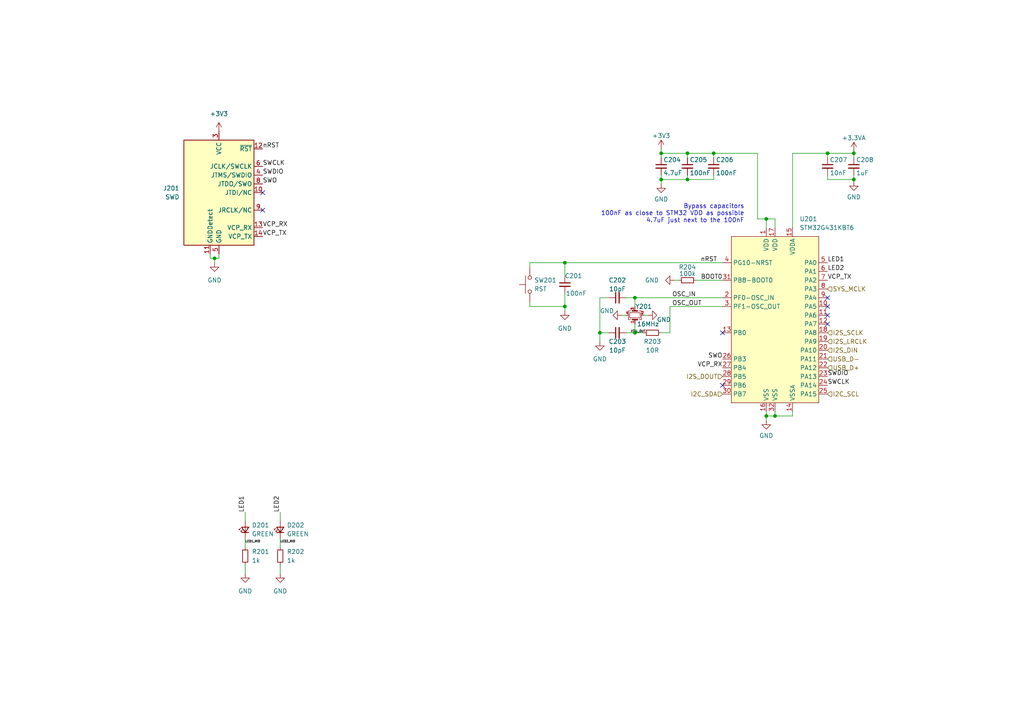
<source format=kicad_sch>
(kicad_sch (version 20230121) (generator eeschema)
  (paper "A4")
  (lib_symbols
    (symbol "Connector:Conn_ST_STDC14"
      (property "Reference" "J" (at -8.89 16.51 0))
      (property "Value" "Conn_ST_STDC14" (at 17.78 16.51 0))
      (symbol "Conn_ST_STDC14_0_1"
        (rectangle (start -10.16 15.24) (end 10.16 -15.24) (stroke (width 0.254)) (fill (type background)))
      )
      (symbol "Conn_ST_STDC14_1_1"
        (pin no_connect line (at -10.16 5.08 0) (length 2.54) hide (name "NC") (number "1"))
        (pin output line (at 12.7 0 180) (length 2.54) (name "JTDI/NC") (number "10"))
        (pin passive line (at -2.54 -17.78 90) (length 2.54) (name "GNDDetect") (number "11"))
        (pin open_collector line (at 12.7 12.7 180) (length 2.54) (name "~{RST}") (number "12"))
        (pin output line (at 12.7 -10.16 180) (length 2.54) (name "VCP_RX") (number "13"))
        (pin input line (at 12.7 -12.7 180) (length 2.54) (name "VCP_TX") (number "14"))
        (pin no_connect line (at -10.16 2.54 0) (length 2.54) hide (name "NC") (number "2"))
        (pin power_in line (at 0 17.78 270) (length 2.54) (name "VCC") (number "3"))
        (pin bidirectional line (at 12.7 5.08 180) (length 2.54) (name "JTMS/SWDIO") (number "4"))
        (pin power_in line (at 0 -17.78 90) (length 2.54) (name "GND") (number "5"))
        (pin output line (at 12.7 7.62 180) (length 2.54) (name "JCLK/SWCLK") (number "6"))
        (pin passive line (at 0 -17.78 90) (length 2.54) hide (name "GND") (number "7"))
        (pin input line (at 12.7 2.54 180) (length 2.54) (name "JTDO/SWO") (number "8"))
        (pin input line (at 12.7 -5.08 180) (length 2.54) (name "JRCLK/NC") (number "9"))
      )
    )
    (symbol "Device:C_Small" (pin_numbers hide) (pin_names (offset 0.254) hide)
      (property "Reference" "C" (at 0.254 1.778 0))
      (property "Value" "C_Small" (at 0.254 -2.032 0))
      (symbol "C_Small_0_1"
        (polyline (pts (xy -1.524 -0.508) (xy 1.524 -0.508)) (stroke (width 0.3302)))
        (polyline (pts (xy -1.524 0.508) (xy 1.524 0.508)) (stroke (width 0.3048)))
      )
      (symbol "C_Small_1_1"
        (pin passive line (at 0 2.54 270) (length 2.032) (name "~") (number "1"))
        (pin passive line (at 0 -2.54 90) (length 2.032) (name "~") (number "2"))
      )
    )
    (symbol "Device:Crystal_GND24_Small" (pin_names (offset 1.016) hide)
      (property "Reference" "Y" (at 1.27 4.445 0))
      (property "Value" "Crystal_GND24_Small" (at 1.27 2.54 0))
      (symbol "Crystal_GND24_Small_0_1"
        (rectangle (start -0.762 -1.524) (end 0.762 1.524))
        (polyline (pts (xy -1.27 -0.762) (xy -1.27 0.762)) (stroke (width 0.381)))
        (polyline (pts (xy 1.27 -0.762) (xy 1.27 0.762)) (stroke (width 0.381)))
        (polyline (pts (xy -1.27 -1.27) (xy -1.27 -1.905) (xy 1.27 -1.905) (xy 1.27 -1.27)))
        (polyline (pts (xy -1.27 1.27) (xy -1.27 1.905) (xy 1.27 1.905) (xy 1.27 1.27)))
      )
      (symbol "Crystal_GND24_Small_1_1"
        (pin passive line (at -2.54 0 0) (length 1.27) (name "1") (number "1"))
        (pin passive line (at 0 -2.54 90) (length 0.635) (name "2") (number "2"))
        (pin passive line (at 2.54 0 180) (length 1.27) (name "3") (number "3"))
        (pin passive line (at 0 2.54 270) (length 0.635) (name "4") (number "4"))
      )
    )
    (symbol "Device:LED_Small" (pin_numbers hide) (pin_names (offset 0.254) hide)
      (property "Reference" "D" (at -1.27 3.175 0))
      (property "Value" "LED_Small" (at -4.445 -2.54 0))
      (symbol "LED_Small_0_1"
        (polyline (pts (xy -0.762 -1.016) (xy -0.762 1.016)) (stroke (width 0.254)))
        (polyline (pts (xy 1.016 0) (xy -0.762 0)))
        (polyline (pts (xy 0.762 -1.016) (xy -0.762 0) (xy 0.762 1.016) (xy 0.762 -1.016)) (stroke (width 0.254)))
        (polyline (pts (xy 0 0.762) (xy -0.508 1.27) (xy -0.254 1.27) (xy -0.508 1.27) (xy -0.508 1.016)))
        (polyline (pts (xy 0.508 1.27) (xy 0 1.778) (xy 0.254 1.778) (xy 0 1.778) (xy 0 1.524)))
      )
      (symbol "LED_Small_1_1"
        (pin passive line (at -2.54 0 0) (length 1.778) (name "K") (number "1"))
        (pin passive line (at 2.54 0 180) (length 1.778) (name "A") (number "2"))
      )
    )
    (symbol "Device:R_Small" (pin_numbers hide) (pin_names (offset 0.254) hide)
      (property "Reference" "R" (at 0.762 0.508 0))
      (property "Value" "R_Small" (at 0.762 -1.016 0))
      (symbol "R_Small_0_1"
        (rectangle (start -0.762 1.778) (end 0.762 -1.778) (stroke (width 0.2032)))
      )
      (symbol "R_Small_1_1"
        (pin passive line (at 0 2.54 270) (length 0.762) (name "~") (number "1"))
        (pin passive line (at 0 -2.54 90) (length 0.762) (name "~") (number "2"))
      )
    )
    (symbol "Switch:SW_Push" (pin_numbers hide) (pin_names (offset 1.016) hide)
      (property "Reference" "SW" (at 1.27 2.54 0))
      (property "Value" "SW_Push" (at 0 -1.524 0))
      (symbol "SW_Push_0_1"
        (circle (center -2.032 0) (radius 0.508))
        (polyline (pts (xy 0 1.27) (xy 0 3.048)))
        (polyline (pts (xy 2.54 1.27) (xy -2.54 1.27)))
        (circle (center 2.032 0) (radius 0.508))
        (pin passive line (at -5.08 0 0) (length 2.54) (name "1") (number "1"))
        (pin passive line (at 5.08 0 180) (length 2.54) (name "2") (number "2"))
      )
    )
    (symbol "WITNS_ST:STM32G431KBT6"
      (property "Reference" "U" (at 7.62 29.21 0))
      (property "Value" "STM32G431KBT6" (at 7.62 26.67 0))
      (symbol "STM32G431KBT6_0_1"
        (rectangle (start -12.7 24.13) (end 12.7 -24.13) (fill (type background)))
      )
      (symbol "STM32G431KBT6_1_1"
        (pin power_in line (at -2.54 26.67 270) (length 2.54) (name "VDD") (number "1"))
        (pin bidirectional line (at 15.24 3.81 180) (length 2.54) (name "PA5") (number "10"))
        (pin bidirectional line (at 15.24 1.27 180) (length 2.54) (name "PA6") (number "11"))
        (pin bidirectional line (at 15.24 -1.27 180) (length 2.54) (name "PA7") (number "12"))
        (pin bidirectional line (at -15.24 -3.81 0) (length 2.54) (name "PB0") (number "13"))
        (pin power_in line (at 5.08 -26.67 90) (length 2.54) (name "VSSA") (number "14"))
        (pin power_in line (at 5.08 26.67 270) (length 2.54) (name "VDDA") (number "15"))
        (pin power_in line (at -2.54 -26.67 90) (length 2.54) (name "VSS") (number "16"))
        (pin power_in line (at 0 26.67 270) (length 2.54) (name "VDD") (number "17"))
        (pin bidirectional line (at 15.24 -3.81 180) (length 2.54) (name "PA8") (number "18"))
        (pin bidirectional line (at 15.24 -6.35 180) (length 2.54) (name "PA9") (number "19"))
        (pin bidirectional line (at -15.24 6.35 0) (length 2.54) (name "PF0-OSC_IN") (number "2"))
        (pin bidirectional line (at 15.24 -8.89 180) (length 2.54) (name "PA10") (number "20"))
        (pin bidirectional line (at 15.24 -11.43 180) (length 2.54) (name "PA11") (number "21"))
        (pin bidirectional line (at 15.24 -13.97 180) (length 2.54) (name "PA12") (number "22"))
        (pin bidirectional line (at 15.24 -16.51 180) (length 2.54) (name "PA13") (number "23"))
        (pin bidirectional line (at 15.24 -19.05 180) (length 2.54) (name "PA14") (number "24"))
        (pin bidirectional line (at 15.24 -21.59 180) (length 2.54) (name "PA15") (number "25"))
        (pin bidirectional line (at -15.24 -11.43 0) (length 2.54) (name "PB3") (number "26"))
        (pin bidirectional line (at -15.24 -13.97 0) (length 2.54) (name "PB4") (number "27"))
        (pin bidirectional line (at -15.24 -16.51 0) (length 2.54) (name "PB5") (number "28"))
        (pin bidirectional line (at -15.24 -19.05 0) (length 2.54) (name "PB6") (number "29"))
        (pin bidirectional line (at -15.24 3.81 0) (length 2.54) (name "PF1-OSC_OUT") (number "3"))
        (pin bidirectional line (at -15.24 -21.59 0) (length 2.54) (name "PB7") (number "30"))
        (pin bidirectional line (at -15.24 11.43 0) (length 2.54) (name "PB8-BOOT0") (number "31"))
        (pin power_in line (at 0 -26.67 90) (length 2.54) (name "VSS") (number "32"))
        (pin bidirectional line (at -15.24 16.51 0) (length 2.54) (name "PG10-NRST") (number "4"))
        (pin bidirectional line (at 15.24 16.51 180) (length 2.54) (name "PA0") (number "5"))
        (pin bidirectional line (at 15.24 13.97 180) (length 2.54) (name "PA1") (number "6"))
        (pin bidirectional line (at 15.24 11.43 180) (length 2.54) (name "PA2") (number "7"))
        (pin bidirectional line (at 15.24 8.89 180) (length 2.54) (name "PA3") (number "8"))
        (pin bidirectional line (at 15.24 6.35 180) (length 2.54) (name "PA4") (number "9"))
      )
    )
    (symbol "power:+3.3V" (power) (pin_names (offset 0))
      (property "Value" "+3.3V" (at 0 3.556 0))
      (symbol "+3.3V_0_1"
        (polyline (pts (xy -0.762 1.27) (xy 0 2.54)))
        (polyline (pts (xy 0 0) (xy 0 2.54)))
        (polyline (pts (xy 0 2.54) (xy 0.762 1.27)))
      )
      (symbol "+3.3V_1_1"
        (pin power_in line (at 0 0 90) (length 0) hide (name "+3V3") (number "1"))
      )
    )
    (symbol "power:+3.3VA" (power) (pin_names (offset 0))
      (property "Value" "+3.3VA" (at 0 3.556 0))
      (symbol "+3.3VA_0_1"
        (polyline (pts (xy -0.762 1.27) (xy 0 2.54)))
        (polyline (pts (xy 0 0) (xy 0 2.54)))
        (polyline (pts (xy 0 2.54) (xy 0.762 1.27)))
      )
      (symbol "+3.3VA_1_1"
        (pin power_in line (at 0 0 90) (length 0) hide (name "+3.3VA") (number "1"))
      )
    )
    (symbol "power:GND" (power) (pin_names (offset 0))
      (property "Value" "GND" (at 0 -3.81 0))
      (symbol "GND_0_1"
        (polyline (pts (xy 0 0) (xy 0 -1.27) (xy 1.27 -1.27) (xy 0 -2.54) (xy -1.27 -1.27) (xy 0 -1.27)))
      )
      (symbol "GND_1_1"
        (pin power_in line (at 0 0 270) (length 0) hide (name "GND") (number "1"))
      )
    )
  )
  (junction (at 224.79 120.65))
  (junction (at 191.77 44.45))
  (junction (at 207.01 44.45))
  (junction (at 222.25 120.65))
  (junction (at 184.15 96.52))
  (junction (at 199.39 52.07))
  (junction (at 62.23 74.93))
  (junction (at 191.77 52.07))
  (junction (at 240.03 44.45))
  (junction (at 163.83 88.9))
  (junction (at 163.83 76.2))
  (junction (at 247.65 52.07))
  (junction (at 173.99 96.52))
  (junction (at 184.15 86.36))
  (junction (at 199.39 44.45))
  (junction (at 222.25 63.5))
  (junction (at 247.65 44.45))
  (no_connect (at 209.55 111.76))
  (no_connect (at 240.03 86.36))
  (no_connect (at 240.03 91.44))
  (no_connect (at 209.55 96.52))
  (no_connect (at 240.03 88.9))
  (no_connect (at 76.2 60.96))
  (no_connect (at 240.03 93.98))
  (no_connect (at 76.2 55.88))
  (wire (pts (xy 60.96 73.66) (xy 60.96 74.93)))
  (wire (pts (xy 224.79 120.65) (xy 224.79 119.38)))
  (wire (pts (xy 224.79 120.65) (xy 229.87 120.65)))
  (wire (pts (xy 207.01 44.45) (xy 207.01 45.72)))
  (wire (pts (xy 191.77 96.52) (xy 194.31 96.52)))
  (wire (pts (xy 199.39 52.07) (xy 191.77 52.07)))
  (wire (pts (xy 153.67 76.2) (xy 163.83 76.2)))
  (wire (pts (xy 62.23 74.93) (xy 63.5 74.93)))
  (wire (pts (xy 173.99 96.52) (xy 173.99 99.06)))
  (wire (pts (xy 71.12 156.21) (xy 71.12 158.75)))
  (wire (pts (xy 240.03 50.8) (xy 240.03 52.07)))
  (wire (pts (xy 240.03 44.45) (xy 247.65 44.45)))
  (wire (pts (xy 196.85 81.28) (xy 195.58 81.28)))
  (wire (pts (xy 81.28 163.83) (xy 81.28 166.37)))
  (wire (pts (xy 191.77 43.18) (xy 191.77 44.45)))
  (wire (pts (xy 222.25 119.38) (xy 222.25 120.65)))
  (wire (pts (xy 247.65 50.8) (xy 247.65 52.07)))
  (wire (pts (xy 247.65 43.815) (xy 247.65 44.45)))
  (wire (pts (xy 222.25 120.65) (xy 224.79 120.65)))
  (wire (pts (xy 191.77 52.07) (xy 191.77 53.34)))
  (wire (pts (xy 222.25 63.5) (xy 222.25 66.04)))
  (wire (pts (xy 181.61 86.36) (xy 184.15 86.36)))
  (wire (pts (xy 191.77 50.8) (xy 191.77 52.07)))
  (wire (pts (xy 184.15 93.98) (xy 184.15 96.52)))
  (wire (pts (xy 240.03 44.45) (xy 240.03 45.72)))
  (wire (pts (xy 81.28 156.21) (xy 81.28 158.75)))
  (wire (pts (xy 181.61 96.52) (xy 184.15 96.52)))
  (wire (pts (xy 207.01 50.8) (xy 207.01 52.07)))
  (wire (pts (xy 184.15 96.52) (xy 186.69 96.52)))
  (wire (pts (xy 229.87 120.65) (xy 229.87 119.38)))
  (wire (pts (xy 191.77 44.45) (xy 199.39 44.45)))
  (wire (pts (xy 247.65 52.07) (xy 247.65 52.705)))
  (wire (pts (xy 71.12 148.59) (xy 71.12 151.13)))
  (wire (pts (xy 247.65 44.45) (xy 247.65 45.72)))
  (wire (pts (xy 173.99 86.36) (xy 173.99 96.52)))
  (wire (pts (xy 71.12 163.83) (xy 71.12 166.37)))
  (wire (pts (xy 209.55 86.36) (xy 184.15 86.36)))
  (wire (pts (xy 229.87 44.45) (xy 229.87 66.04)))
  (wire (pts (xy 173.99 96.52) (xy 176.53 96.52)))
  (wire (pts (xy 222.25 120.65) (xy 222.25 121.92)))
  (wire (pts (xy 63.5 74.93) (xy 63.5 73.66)))
  (wire (pts (xy 163.83 76.2) (xy 209.55 76.2)))
  (wire (pts (xy 180.34 91.44) (xy 181.61 91.44)))
  (wire (pts (xy 224.79 63.5) (xy 222.25 63.5)))
  (wire (pts (xy 163.83 85.09) (xy 163.83 88.9)))
  (wire (pts (xy 224.79 63.5) (xy 224.79 66.04)))
  (wire (pts (xy 153.67 77.47) (xy 153.67 76.2)))
  (wire (pts (xy 191.77 44.45) (xy 191.77 45.72)))
  (wire (pts (xy 209.55 88.9) (xy 194.31 88.9)))
  (wire (pts (xy 222.25 63.5) (xy 219.71 63.5)))
  (wire (pts (xy 60.96 74.93) (xy 62.23 74.93)))
  (wire (pts (xy 184.15 88.9) (xy 184.15 86.36)))
  (wire (pts (xy 163.83 88.9) (xy 153.67 88.9)))
  (wire (pts (xy 240.03 52.07) (xy 247.65 52.07)))
  (wire (pts (xy 62.23 74.93) (xy 62.23 76.2)))
  (wire (pts (xy 176.53 86.36) (xy 173.99 86.36)))
  (wire (pts (xy 163.83 76.2) (xy 163.83 80.01)))
  (wire (pts (xy 199.39 44.45) (xy 199.39 45.72)))
  (wire (pts (xy 209.55 81.28) (xy 201.93 81.28)))
  (wire (pts (xy 194.31 88.9) (xy 194.31 96.52)))
  (wire (pts (xy 186.69 91.44) (xy 187.96 91.44)))
  (wire (pts (xy 81.28 148.59) (xy 81.28 151.13)))
  (wire (pts (xy 229.87 44.45) (xy 240.03 44.45)))
  (wire (pts (xy 219.71 44.45) (xy 207.01 44.45)))
  (wire (pts (xy 199.39 44.45) (xy 207.01 44.45)))
  (wire (pts (xy 153.67 88.9) (xy 153.67 87.63)))
  (wire (pts (xy 199.39 52.07) (xy 207.01 52.07)))
  (wire (pts (xy 163.83 88.9) (xy 163.83 90.17)))
  (wire (pts (xy 219.71 44.45) (xy 219.71 63.5)))
  (wire (pts (xy 199.39 50.8) (xy 199.39 52.07)))
  (text "Bypass capacitors\n100nF as close to STM32 VDD as possible\n4.7uF just next to the 100nF" (at 215.9 64.77 0) (effects (font (size 1.27 1.27)) (justify right bottom)))
  (label "LED2" (at 240.03 78.74 0))
  (label "VCP_TX" (at 240.03 81.28 0))
  (label "LED2" (at 81.28 148.59 90))
  (label "SWDIO" (at 76.2 50.8 0))
  (label "VCP_RX" (at 209.55 106.68 180))
  (label "SWCLK" (at 76.2 48.26 0))
  (label "BOOT0" (at 209.55 81.28 180))
  (label "SWO" (at 209.55 104.14 180))
  (label "SWDIO" (at 240.03 109.22 0))
  (label "LED1" (at 240.03 76.2 0))
  (label "nRST" (at 203.2 76.2 0))
  (label "VCP_TX" (at 76.2 68.58 0))
  (label "LED1" (at 71.12 148.59 90))
  (label "OSC_IN" (at 194.945 86.36 0))
  (label "XTAL_OUT" (at 182.88 96.52 0) (effects (font (size 0.6 0.6))))
  (label "LED2_MID" (at 81.28 157.48 0) (effects (font (size 0.6 0.6))))
  (label "VCP_RX" (at 76.2 66.04 0))
  (label "nRST" (at 76.2 43.18 0))
  (label "OSC_OUT" (at 194.945 88.9 0))
  (label "SWCLK" (at 240.03 111.76 0))
  (label "LED1_MID" (at 71.12 157.48 0) (effects (font (size 0.6 0.6))))
  (label "SWO" (at 76.2 53.34 0))
  (hierarchical_label "USB_D-" (shape input) (at 240.03 104.14 0))
  (hierarchical_label "I2S_LRCLK" (shape input) (at 240.03 99.06 0))
  (hierarchical_label "I2S_DIN" (shape input) (at 240.03 101.6 0))
  (hierarchical_label "I2C_SDA" (shape input) (at 209.55 114.3 180))
  (hierarchical_label "I2C_SCL" (shape input) (at 240.03 114.3 0))
  (hierarchical_label "USB_D+" (shape input) (at 240.03 106.68 0))
  (hierarchical_label "I2S_DOUT" (shape input) (at 209.55 109.22 180))
  (hierarchical_label "I2S_SCLK" (shape input) (at 240.03 96.52 0))
  (hierarchical_label "SYS_MCLK" (shape input) (at 240.03 83.82 0))
  (symbol (lib_id "Device:C_Small") (at 191.77 48.26 0) (unit 1)
    (property "Reference" "C204" (at 192.405 46.355 0) (effects (justify left)))
    (property "Value" "4.7uF" (at 192.405 50.165 0) (effects (justify left)))
    (property "Footprint" "Capacitor_SMD:C_0603_1608Metric" (effects hide))
    (property "Farnell" "3013398" (effects hide))
  )
  (symbol (lib_id "Device:R_Small") (at 199.39 81.28 270) (unit 1)
    (property "Reference" "R204" (at 199.39 77.47 90))
    (property "Value" "100k" (at 199.39 79.375 90))
    (property "Footprint" "Resistor_SMD:R_0603_1608Metric" (effects hide))
  )
  (symbol (lib_id "power:GND") (at 71.12 166.37 0) (unit 1)
    (property "Reference" "#PWR0203" (effects hide))
    (property "Value" "GND" (at 71.12 171.45 0))
  )
  (symbol (lib_id "power:GND") (at 191.77 53.34 0) (unit 1)
    (property "Reference" "#PWR0210" (effects hide))
    (property "Value" "GND" (at 191.77 57.785 0))
  )
  (symbol (lib_id "power:GND") (at 180.34 91.44 270) (unit 1)
    (property "Reference" "#PWR0207" (effects hide))
    (property "Value" "GND" (at 173.99 90.17 90) (effects (justify left)))
  )
  (symbol (lib_id "power:GND") (at 222.25 121.92 0) (unit 1)
    (property "Reference" "#PWR0212" (effects hide))
    (property "Value" "GND" (at 222.25 126.365 0))
  )
  (symbol (lib_id "Device:R_Small") (at 71.12 161.29 0) (unit 1)
    (property "Reference" "R201" (at 73.025 160.0199 0) (effects (justify left)))
    (property "Value" "1k" (at 73.025 162.5599 0) (effects (justify left)))
    (property "Footprint" "Resistor_SMD:R_0603_1608Metric" (effects hide))
  )
  (symbol (lib_id "Device:C_Small") (at 199.39 48.26 0) (unit 1)
    (property "Reference" "C205" (at 200.025 46.355 0) (effects (justify left)))
    (property "Value" "100nF" (at 200.025 50.165 0) (effects (justify left)))
    (property "Footprint" "Capacitor_SMD:C_0402_1005Metric" (effects hide))
  )
  (symbol (lib_id "Device:C_Small") (at 179.07 96.52 90) (unit 1)
    (property "Reference" "C203" (at 179.07 99.06 90))
    (property "Value" "10pF" (at 179.07 101.6 90))
    (property "Footprint" "Capacitor_SMD:C_0603_1608Metric" (effects hide))
  )
  (symbol (lib_id "power:+3.3V") (at 191.77 43.18 0) (unit 1)
    (property "Reference" "#PWR0209" (effects hide))
    (property "Value" "+3.3V" (at 191.77 39.37 0))
  )
  (symbol (lib_id "power:GND") (at 62.23 76.2 0) (unit 1)
    (property "Reference" "#PWR0201" (effects hide))
    (property "Value" "GND" (at 62.23 81.28 0))
  )
  (symbol (lib_id "Device:C_Small") (at 207.01 48.26 0) (unit 1)
    (property "Reference" "C206" (at 207.645 46.355 0) (effects (justify left)))
    (property "Value" "100nF" (at 207.645 50.165 0) (effects (justify left)))
    (property "Footprint" "Capacitor_SMD:C_0402_1005Metric" (effects hide))
  )
  (symbol (lib_id "power:GND") (at 247.65 52.705 0) (unit 1)
    (property "Reference" "#PWR0214" (effects hide))
    (property "Value" "GND" (at 247.65 57.15 0))
  )
  (symbol (lib_id "power:GND") (at 163.83 90.17 0) (unit 1)
    (property "Reference" "#PWR0205" (effects hide))
    (property "Value" "GND" (at 163.83 95.25 0))
  )
  (symbol (lib_id "power:+3.3V") (at 63.5 38.1 0) (unit 1)
    (property "Reference" "#PWR0202" (effects hide))
    (property "Value" "+3.3V" (at 63.5 33.02 0))
  )
  (symbol (lib_id "power:+3.3VA") (at 247.65 43.815 0) (unit 1)
    (property "Reference" "#PWR0213" (effects hide))
    (property "Value" "+3.3VA" (at 247.65 40.005 0))
  )
  (symbol (lib_id "Device:R_Small") (at 189.23 96.52 90) (unit 1)
    (property "Reference" "R203" (at 189.23 99.06 90))
    (property "Value" "10R" (at 189.23 101.6 90))
    (property "Footprint" "Resistor_SMD:R_0603_1608Metric" (effects hide))
  )
  (symbol (lib_id "Device:C_Small") (at 247.65 48.26 0) (unit 1)
    (property "Reference" "C208" (at 248.285 46.355 0) (effects (justify left)))
    (property "Value" "1uF" (at 248.285 50.165 0) (effects (justify left)))
    (property "Footprint" "Capacitor_SMD:C_0603_1608Metric" (effects hide))
    (property "Farnell" "3013398" (effects hide))
  )
  (symbol (lib_id "Device:LED_Small") (at 81.28 153.67 90) (unit 1)
    (property "Reference" "D202" (at 83.185 152.3364 90) (effects (justify right)))
    (property "Value" "GREEN" (at 83.185 154.8764 90) (effects (justify right)))
    (property "Footprint" "LED_SMD:LED_0603_1608Metric" (effects hide))
  )
  (symbol (lib_id "power:GND") (at 173.99 99.06 0) (unit 1)
    (property "Reference" "#PWR0206" (effects hide))
    (property "Value" "GND" (at 173.99 104.14 0))
  )
  (symbol (lib_id "Device:LED_Small") (at 71.12 153.67 90) (unit 1)
    (property "Reference" "D201" (at 73.025 152.3364 90) (effects (justify right)))
    (property "Value" "GREEN" (at 73.025 154.8764 90) (effects (justify right)))
    (property "Footprint" "LED_SMD:LED_0603_1608Metric" (effects hide))
  )
  (symbol (lib_id "WITNS_ST:STM32G431KBT6") (at 224.79 92.71 0) (unit 1)
    (property "Reference" "U201" (at 231.8894 63.5 0) (effects (justify left)))
    (property "Value" "STM32G431KBT6" (at 231.8894 66.04 0) (effects (justify left)))
    (property "Footprint" "Package_QFP:LQFP-32_7x7mm_P0.8mm" (effects hide))
  )
  (symbol (lib_id "power:GND") (at 187.96 91.44 90) (unit 1)
    (property "Reference" "#PWR0208" (effects hide))
    (property "Value" "GND" (at 190.5 92.71 90) (effects (justify right)))
  )
  (symbol (lib_id "Switch:SW_Push") (at 153.67 82.55 90) (unit 1)
    (property "Reference" "SW201" (at 154.94 81.2799 90) (effects (justify right)))
    (property "Value" "RST" (at 154.94 83.8199 90) (effects (justify right)))
    (property "Footprint" "Button_Switch_SMD:SW_SPST_B3U-1000P" (effects hide))
    (property "Farnell" "1333652" (effects hide))
  )
  (symbol (lib_id "Connector:Conn_ST_STDC14") (at 63.5 55.88 0) (unit 1)
    (property "Reference" "J201" (at 52.07 54.6099 0) (effects (justify right)))
    (property "Value" "SWD" (at 52.07 57.1499 0) (effects (justify right)))
    (property "Footprint" "Connector_PinHeader_1.27mm:PinHeader_2x07_P1.27mm_Vertical_SMD" (effects hide))
    (property "Datasheet" "https://www.st.com/content/ccc/resource/technical/document/user_manual/group1/99/49/91/b6/b2/3a/46/e5/DM00526767/files/DM00526767.pdf/jcr:content/translations/en.DM00526767.pdf" (effects hide))
  )
  (symbol (lib_id "Device:C_Small") (at 240.03 48.26 0) (unit 1)
    (property "Reference" "C207" (at 240.665 46.355 0) (effects (justify left)))
    (property "Value" "10nF" (at 240.665 50.165 0) (effects (justify left)))
    (property "Footprint" "Capacitor_SMD:C_0402_1005Metric" (effects hide))
  )
  (symbol (lib_id "power:GND") (at 195.58 81.28 270) (unit 1)
    (property "Reference" "#PWR0211" (effects hide))
    (property "Value" "GND" (at 191.135 81.2801 90) (effects (justify right)))
  )
  (symbol (lib_id "power:GND") (at 81.28 166.37 0) (unit 1)
    (property "Reference" "#PWR0204" (effects hide))
    (property "Value" "GND" (at 81.28 171.45 0))
  )
  (symbol (lib_id "Device:Crystal_GND24_Small") (at 184.15 91.44 90) (unit 1)
    (property "Reference" "Y201" (at 186.69 88.9 90))
    (property "Value" "16MHz" (at 187.96 93.98 90))
    (property "Footprint" "Crystal:Crystal_SMD_EuroQuartz_MT-4Pin_3.2x2.5mm" (effects hide))
    (property "Farnell" "2853935" (effects hide))
  )
  (symbol (lib_id "Device:C_Small") (at 163.83 82.55 0) (unit 1)
    (property "Reference" "C201" (at 168.91 80.01 0) (effects (justify right)))
    (property "Value" "100nF" (at 170.18 85.09 0) (effects (justify right)))
    (property "Footprint" "Capacitor_SMD:C_0402_1005Metric" (effects hide))
  )
  (symbol (lib_id "Device:C_Small") (at 179.07 86.36 90) (unit 1)
    (property "Reference" "C202" (at 179.07 81.28 90))
    (property "Value" "10pF" (at 179.07 83.82 90))
    (property "Footprint" "Capacitor_SMD:C_0603_1608Metric" (effects hide))
  )
  (symbol (lib_id "Device:R_Small") (at 81.28 161.29 0) (unit 1)
    (property "Reference" "R202" (at 83.185 160.0199 0) (effects (justify left)))
    (property "Value" "1k" (at 83.185 162.5599 0) (effects (justify left)))
    (property "Footprint" "Resistor_SMD:R_0603_1608Metric" (effects hide))
  )
)
</source>
